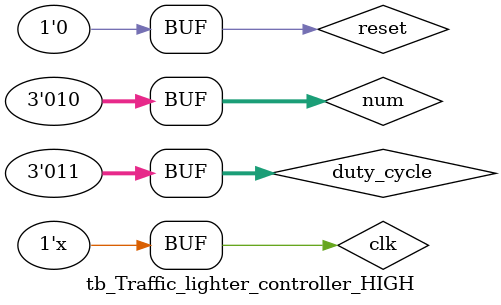
<source format=v>
`timescale 1ns / 1ps
module Traffic_lighter_controller_HIGH(clk,reset,num,duty_cycle,out,red,yellow,green);

input clk;
input reset;
input [2:0] num;        //cycle count of periodical low signal of PWM

input [2:0] duty_cycle; //cycle count of periodical high signal of PWM
                        //or
                        //cycle count of green/red signal = duty_cycle + 1
                        
output reg out;
output reg red,yellow,green;

reg [1:0] state;
reg [3:0] counter;
    
//----------------------------------------------
//PWM generator
//----------------------------------------------

always@(posedge ~clk)
begin 
    if(!reset) begin
        counter = counter + 1;
        if(counter > num)
        begin
            out = 1;
            
            if (counter == num + duty_cycle)
                counter = 0;
        end
        else
        begin
            out = 0;
        end
     end   
     else begin
        counter = 2;
	out = 0;
     end
end

//----------------------------------------------
//Moore machine
//*transition graph:
//
//               -  s0 <-
//              |        |
//             \/        |
//             s1       s3
//              |       /\
//              |        |
//               -> s2 --   
//
//s0:     to light the green lighter
//s1, s3: to light the yellow lighter 
//s2:     to light the red lighter 
//----------------------------------------------

always@(posedge clk)
begin
    if(!out)
        case(state)
            0: begin
                state = 1;
            end
            1: begin
                state = 2;
            end
            2: begin
                state = 3;
            end
            default: state = 0;
        endcase 
end

//----------------------------------------------
//Lighting certain lighter in correspond state
//----------------------------------------------

always@(state)
    case(state)
        0: begin    //s0: to light the green lighter
            green = 8'b1;
            yellow = 8'b0;
            red = 8'b0;
           end
        1: begin    //s1: to light the yellow lighter 
            green = 8'b0;
            yellow = 8'b1;
            red = 8'b0;
            end
        2: begin    //s2: to light the red lighter
            green = 8'b0;
            yellow = 8'b0;
            red = 8'b1;
            end
        3: begin    //s3: to light the yellow lighter
            green = 8'b0;
            yellow = 8'b1;
            red = 8'b0;
            end
    endcase

endmodule

module tb_Traffic_lighter_controller_HIGH;

reg clk;
reg reset;
reg [2:0] num;
reg [2:0] duty_cycle;
wire out,red,yellow,green;

Traffic_lighter_controller_HIGH Traffic_lighter_controller_HIGH_1(clk,reset,num,duty_cycle,out,red,yellow,green);

initial
begin
    clk = 0;
    reset = 1;
    num = 2;
    duty_cycle = 3; 
    #20 reset = 0;
end

always #10 clk = ~clk;
endmodule 

</source>
